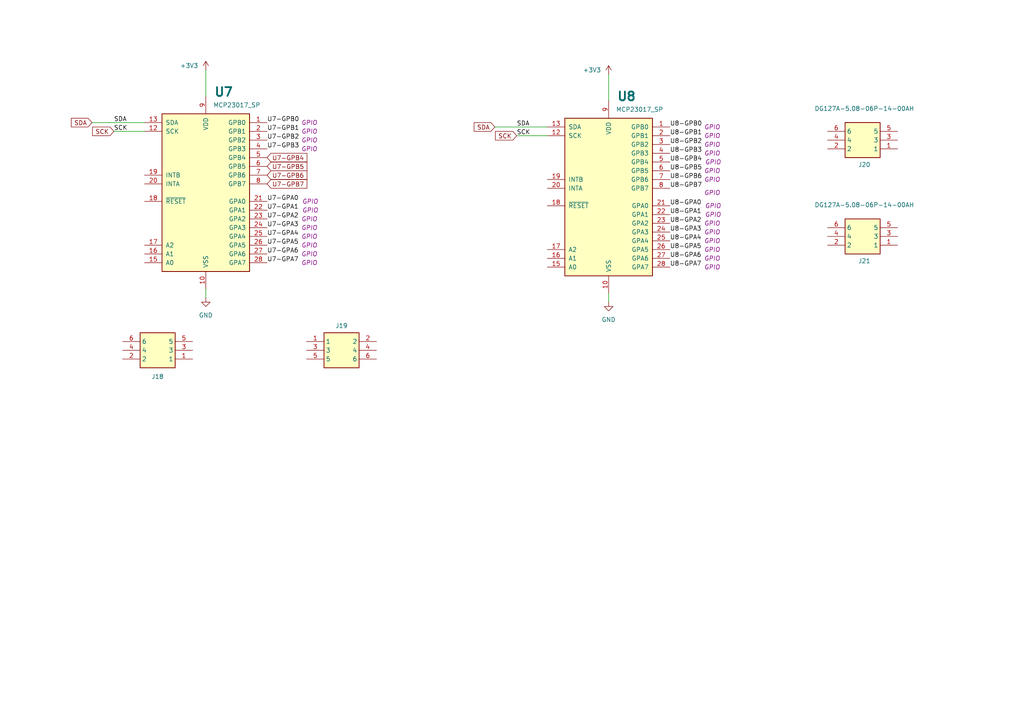
<source format=kicad_sch>
(kicad_sch (version 20250114) (generator "eeschema") (generator_version "9.0")
  (paper "A4")
  (lib_symbols
    (symbol "1_tme:DG127A-5.08-06P-14-00AH"
      (property "Reference" "J" (at 16.51 7.62 0))
      (property "Value" "DG127A-5.08-06P-14-00AH" (at 16.51 5.08 0))
      (symbol "DG127A-5.08-06P-14-00AH_1_1"
        (rectangle (start 5.08 2.54) (end 15.24 -7.62) (stroke (width 0.254)) (fill (type background)))
        (pin passive line (at 0 0 0) (length 5.08) (name "2") (number "2"))
        (pin passive line (at 0 -2.54 0) (length 5.08) (name "4") (number "4"))
        (pin passive line (at 0 -5.08 0) (length 5.08) (name "6") (number "6"))
        (pin passive line (at 20.32 0 180) (length 5.08) (name "1") (number "1"))
        (pin passive line (at 20.32 -2.54 180) (length 5.08) (name "3") (number "3"))
        (pin passive line (at 20.32 -5.08 180) (length 5.08) (name "5") (number "5"))
      )
    )
    (symbol "Interface_Expansion:MCP23017_SP" (pin_names (offset 1.016))
      (property "Reference" "U" (at -11.43 24.13 0))
      (property "Value" "MCP23017_SP" (at 0 0 0))
      (symbol "MCP23017_SP_0_1"
        (rectangle (start -12.7 22.86) (end 12.7 -22.86) (stroke (width 0.254)) (fill (type background)))
      )
      (symbol "MCP23017_SP_1_1"
        (pin bidirectional line (at -17.78 20.32 0) (length 5.08) (name "SDA") (number "13"))
        (pin input line (at -17.78 17.78 0) (length 5.08) (name "SCK") (number "12"))
        (pin tri_state line (at -17.78 5.08 0) (length 5.08) (name "INTB") (number "19"))
        (pin tri_state line (at -17.78 2.54 0) (length 5.08) (name "INTA") (number "20"))
        (pin input line (at -17.78 -2.54 0) (length 5.08) (name "~{RESET}") (number "18"))
        (pin input line (at -17.78 -15.24 0) (length 5.08) (name "A2") (number "17"))
        (pin input line (at -17.78 -17.78 0) (length 5.08) (name "A1") (number "16"))
        (pin input line (at -17.78 -20.32 0) (length 5.08) (name "A0") (number "15"))
        (pin no_connect line (at -12.7 15.24 0) (length 5.08) (hide yes) (name "NC") (number "11"))
        (pin no_connect line (at -12.7 12.7 0) (length 5.08) (hide yes) (name "NC") (number "14"))
        (pin power_in line (at 0 27.94 270) (length 5.08) (name "VDD") (number "9"))
        (pin power_in line (at 0 -27.94 90) (length 5.08) (name "VSS") (number "10"))
        (pin bidirectional line (at 17.78 20.32 180) (length 5.08) (name "GPB0") (number "1"))
        (pin bidirectional line (at 17.78 17.78 180) (length 5.08) (name "GPB1") (number "2"))
        (pin bidirectional line (at 17.78 15.24 180) (length 5.08) (name "GPB2") (number "3"))
        (pin bidirectional line (at 17.78 12.7 180) (length 5.08) (name "GPB3") (number "4"))
        (pin bidirectional line (at 17.78 10.16 180) (length 5.08) (name "GPB4") (number "5"))
        (pin bidirectional line (at 17.78 7.62 180) (length 5.08) (name "GPB5") (number "6"))
        (pin bidirectional line (at 17.78 5.08 180) (length 5.08) (name "GPB6") (number "7"))
        (pin output line (at 17.78 2.54 180) (length 5.08) (name "GPB7") (number "8"))
        (pin bidirectional line (at 17.78 -2.54 180) (length 5.08) (name "GPA0") (number "21"))
        (pin bidirectional line (at 17.78 -5.08 180) (length 5.08) (name "GPA1") (number "22"))
        (pin bidirectional line (at 17.78 -7.62 180) (length 5.08) (name "GPA2") (number "23"))
        (pin bidirectional line (at 17.78 -10.16 180) (length 5.08) (name "GPA3") (number "24"))
        (pin bidirectional line (at 17.78 -12.7 180) (length 5.08) (name "GPA4") (number "25"))
        (pin bidirectional line (at 17.78 -15.24 180) (length 5.08) (name "GPA5") (number "26"))
        (pin bidirectional line (at 17.78 -17.78 180) (length 5.08) (name "GPA6") (number "27"))
        (pin output line (at 17.78 -20.32 180) (length 5.08) (name "GPA7") (number "28"))
      )
    )
    (symbol "power:+5VD" (power) (pin_numbers (hide yes)) (pin_names (offset 0) (hide yes))
      (property "Value" "+5VD" (at 0 3.556 0))
      (symbol "+5VD_0_1"
        (polyline (pts (xy -0.762 1.27) (xy 0 2.54)))
        (polyline (pts (xy 0 2.54) (xy 0.762 1.27)))
        (polyline (pts (xy 0 0) (xy 0 2.54)))
      )
      (symbol "+5VD_1_1"
        (pin power_in line (at 0 0 90) (length 0) (name "~") (number "1"))
      )
    )
    (symbol "power:GND" (power) (pin_numbers (hide yes)) (pin_names (offset 0) (hide yes))
      (property "Value" "GND" (at 0 -3.81 0))
      (symbol "GND_0_1"
        (polyline (pts (xy 0 0) (xy 0 -1.27) (xy 1.27 -1.27) (xy 0 -2.54) (xy -1.27 -1.27) (xy 0 -1.27)))
      )
      (symbol "GND_1_1"
        (pin power_in line (at 0 0 270) (length 0) (name "~") (number "1"))
      )
    )
  )
  (wire (pts (xy 176.53 21.59) (xy 176.53 29.21)))
  (wire (pts (xy 143.51 36.83) (xy 158.75 36.83)))
  (wire (pts (xy 176.53 85.09) (xy 176.53 87.63)))
  (wire (pts (xy 59.69 83.82) (xy 59.69 86.36)))
  (wire (pts (xy 26.67 35.56) (xy 41.91 35.56)))
  (wire (pts (xy 33.02 38.1) (xy 41.91 38.1)))
  (wire (pts (xy 149.86 39.37) (xy 158.75 39.37)))
  (wire (pts (xy 59.69 20.32) (xy 59.69 27.94)))
  (label "U8-GPA1" (at 194.31 62.23 0) (property "Netclass" "GPIO" (at 204.47 62.23 0) (effects (font (italic yes)) (justify left))))
  (label "U8-GPB3" (at 194.31 44.45 0) (property "Netclass" "GPIO" (at 204.216 44.45 0) (effects (font (italic yes)) (justify left))))
  (label "U7-GPA1" (at 77.47 60.96 0) (property "Netclass" "GPIO" (at 87.63 60.96 0) (effects (font (italic yes)) (justify left))))
  (label "SCK" (at 33.02 38.1 0))
  (label "U7-GPB2" (at 77.47 40.64 0) (property "Netclass" "GPIO" (at 87.376 40.64 0) (effects (font (italic yes)) (justify left))))
  (label "U7-GPB1" (at 77.47 38.1 0) (property "Netclass" "GPIO" (at 87.376 38.1 0) (effects (font (italic yes)) (justify left))))
  (label "U8-GPB4" (at 194.31 46.99 0) (property "Netclass" "GPIO" (at 204.47 46.99 0) (effects (font (italic yes)) (justify left))))
  (label "SCK" (at 149.86 39.37 0))
  (label "U8-GPB5" (at 194.31 49.53 0) (property "Netclass" "GPIO" (at 204.216 49.53 0) (effects (font (italic yes)) (justify left))))
  (label "U7-GPA0" (at 77.47 58.42 0) (property "Netclass" "GPIO" (at 87.63 58.42 0) (effects (font (italic yes)) (justify left))))
  (label "U7-GPB0" (at 77.47 35.56 0) (property "Netclass" "GPIO" (at 87.376 35.56 0) (effects (font (italic yes)) (justify left))))
  (label "U8-GPA2" (at 194.31 64.77 0) (property "Netclass" "GPIO" (at 204.216 64.77 0) (effects (font (italic yes)) (justify left))))
  (label "SDA" (at 33.02 35.56 0))
  (label "U7-GPA3" (at 77.47 66.04 0) (property "Netclass" "GPIO" (at 87.376 66.04 0) (effects (font (italic yes)) (justify left))))
  (label "U8-GPA3" (at 194.31 67.31 0) (property "Netclass" "GPIO" (at 204.216 67.31 0) (effects (font (italic yes)) (justify left))))
  (label "U7-GPA5" (at 77.47 71.12 0) (property "Netclass" "GPIO" (at 87.376 71.12 0) (effects (font (italic yes)) (justify left))))
  (label "U8-GPB2" (at 194.31 41.91 0) (property "Netclass" "GPIO" (at 204.216 41.91 0) (effects (font (italic yes)) (justify left))))
  (label "U7-GPA2" (at 77.47 63.5 0) (property "Netclass" "GPIO" (at 87.376 63.5 0) (effects (font (italic yes)) (justify left))))
  (label "U8-GPB0" (at 194.31 36.83 0) (property "Netclass" "GPIO" (at 204.216 36.83 0) (effects (font (italic yes)) (justify left))))
  (label "U8-GPA5" (at 194.31 72.39 0) (property "Netclass" "GPIO" (at 204.216 72.39 0) (effects (font (italic yes)) (justify left))))
  (label "U8-GPB1" (at 194.31 39.37 0) (property "Netclass" "GPIO" (at 204.216 39.37 0) (effects (font (italic yes)) (justify left))))
  (label "U7-GPA4" (at 77.47 68.58 0) (property "Netclass" "GPIO" (at 87.376 68.58 0) (effects (font (italic yes)) (justify left))))
  (label "U7-GPB3" (at 77.47 43.18 0) (property "Netclass" "GPIO" (at 87.376 43.18 0) (effects (font (italic yes)) (justify left))))
  (label "U8-GPA7" (at 194.31 77.47 0) (property "Netclass" "GPIO" (at 204.216 77.47 0) (effects (font (italic yes)) (justify left))))
  (label "U8-GPA6" (at 194.31 74.93 0) (property "Netclass" "GPIO" (at 204.216 74.93 0) (effects (font (italic yes)) (justify left))))
  (label "U7-GPA7" (at 77.47 76.2 0) (property "Netclass" "GPIO" (at 87.376 76.2 0) (effects (font (italic yes)) (justify left))))
  (label "U8-GPA0" (at 194.31 59.69 0) (property "Netclass" "GPIO" (at 204.47 59.69 0) (effects (font (italic yes)) (justify left))))
  (label "U8-GPB6" (at 194.31 52.07 0) (property "Netclass" "GPIO" (at 204.216 52.07 0) (effects (font (italic yes)) (justify left))))
  (label "U7-GPA6" (at 77.47 73.66 0) (property "Netclass" "GPIO" (at 87.376 73.66 0) (effects (font (italic yes)) (justify left))))
  (label "SDA" (at 149.86 36.83 0))
  (label "U8-GPB7" (at 194.31 54.61 0) (property "Netclass" "GPIO" (at 204.216 55.88 0) (effects (font (italic yes)) (justify left))))
  (label "U8-GPA4" (at 194.31 69.85 0) (property "Netclass" "GPIO" (at 204.216 69.85 0) (effects (font (italic yes)) (justify left))))
  (global_label "U7-GPB7" (shape input) (at 77.47 53.34 0) (property "Intersheetrefs" "${INTERSHEET_REFS}" (effects (hide yes))) (property "Netclass" "GPIO" (effects (hide yes))))
  (global_label "SDA" (shape input) (at 143.51 36.83 180) (property "Intersheetrefs" "${INTERSHEET_REFS}" (effects (hide yes))))
  (global_label "U7-GPB4" (shape input) (at 77.47 45.72 0) (property "Intersheetrefs" "${INTERSHEET_REFS}" (effects (hide yes))) (property "Netclass" "GPIO" (effects (hide yes))))
  (global_label "U7-GPB5" (shape input) (at 77.47 48.26 0) (property "Intersheetrefs" "${INTERSHEET_REFS}" (effects (hide yes))) (property "Netclass" "GPIO" (effects (hide yes))))
  (global_label "SCK" (shape input) (at 149.86 39.37 180) (property "Intersheetrefs" "${INTERSHEET_REFS}" (effects (hide yes))))
  (global_label "SCK" (shape input) (at 33.02 38.1 180) (property "Intersheetrefs" "${INTERSHEET_REFS}" (effects (hide yes))))
  (global_label "U7-GPB6" (shape input) (at 77.47 50.8 0) (property "Intersheetrefs" "${INTERSHEET_REFS}" (effects (hide yes))) (property "Netclass" "GPIO" (effects (hide yes))))
  (global_label "SDA" (shape input) (at 26.67 35.56 180) (property "Intersheetrefs" "${INTERSHEET_REFS}" (effects (hide yes))))
  (symbol (lib_id "Interface_Expansion:MCP23017_SP") (at 176.53 57.15 0) (unit 1)
    (property "Reference" "U8" (at 178.6733 27.94 0) (effects (font (size 2.54 2.54) (thickness 0.508) (bold yes)) (justify left)))
    (property "Value" "MCP23017_SP" (at 178.6733 31.75 0) (effects (justify left)))
    (property "Footprint" "Package_DIP:DIP-28_W7.62mm" (effects (hide yes)))
    (property "Datasheet" "https://ww1.microchip.com/downloads/aemDocuments/documents/APID/ProductDocuments/DataSheets/MCP23017-Data-Sheet-DS20001952.pdf" (effects (hide yes)))
    (property "Description" "16-bit I/O expander, I2C, interrupts, w pull-ups, SPDIP-28" (effects (hide yes)))
  )
  (symbol (lib_id "1_tme:DG127A-5.08-06P-14-00AH") (at 240.03 43.18 0) (mirror x) (unit 1)
    (property "Reference" "J20" (at 250.698 47.752 0))
    (property "Value" "DG127A-5.08-06P-14-00AH" (at 250.698 31.496 0))
    (property "Footprint" "DG127A50806P1400AH" (effects (hide yes)))
    (property "Datasheet" "https://www.degson.com/index.php?a=downloadFile&id=1094971&name=%27ZmlsZTQ=%27&lang=en" (effects (hide yes)))
    (property "Description" "PCB terminal block; angled 90; 5.08mm; ways: 6; on PCBs; terminal" (effects (hide yes)))
    (property "Height" "19.41" (effects (hide yes)))
    (property "Manufacturer_Name" "Degson" (effects (hide yes)))
    (property "Manufacturer_Part_Number" "DG127A-5.08-06P-14-00AH" (effects (hide yes)))
  )
  (symbol (lib_id "power:+5VD") (at 59.69 20.32 0) (unit 1)
    (property "Reference" "#PWR015" (effects (hide yes)))
    (property "Value" "+3V3" (at 54.864 19.05 0))
    (property "Description" "Power symbol creates a global label with name \"+5VD\"" (effects (hide yes)))
  )
  (symbol (lib_id "power:GND") (at 176.53 87.63 0) (unit 1)
    (property "Reference" "#PWR018" (effects (hide yes)))
    (property "Value" "GND" (at 176.53 92.71 0))
    (property "Description" "Power symbol creates a global label with name \"GND\" , ground" (effects (hide yes)))
  )
  (symbol (lib_id "Interface_Expansion:MCP23017_SP") (at 59.69 55.88 0) (unit 1)
    (property "Reference" "U7" (at 61.8333 26.67 0) (effects (font (size 2.54 2.54) (thickness 0.508) (bold yes)) (justify left)))
    (property "Value" "MCP23017_SP" (at 61.8333 30.48 0) (effects (justify left)))
    (property "Footprint" "Package_DIP:DIP-28_W7.62mm" (effects (hide yes)))
    (property "Datasheet" "https://ww1.microchip.com/downloads/aemDocuments/documents/APID/ProductDocuments/DataSheets/MCP23017-Data-Sheet-DS20001952.pdf" (effects (hide yes)))
    (property "Description" "16-bit I/O expander, I2C, interrupts, w pull-ups, SPDIP-28" (effects (hide yes)))
  )
  (symbol (lib_id "1_tme:DG127A-5.08-06P-14-00AH") (at 109.22 99.06 0) (mirror y) (unit 1)
    (property "Reference" "J19" (at 99.06 94.488 0))
    (property "Value" "DG127A-5.08-06P-14-00AH" (effects (hide yes)))
    (property "Footprint" "DG127A50806P1400AH" (effects (hide yes)))
    (property "Datasheet" "https://www.degson.com/index.php?a=downloadFile&id=1094971&name=%27ZmlsZTQ=%27&lang=en" (effects (hide yes)))
    (property "Description" "PCB terminal block; angled 90; 5.08mm; ways: 6; on PCBs; terminal" (effects (hide yes)))
    (property "Height" "19.41" (effects (hide yes)))
    (property "Manufacturer_Name" "Degson" (effects (hide yes)))
    (property "Manufacturer_Part_Number" "DG127A-5.08-06P-14-00AH" (effects (hide yes)))
  )
  (symbol (lib_id "power:GND") (at 59.69 86.36 0) (unit 1)
    (property "Reference" "#PWR016" (effects (hide yes)))
    (property "Value" "GND" (at 59.69 91.44 0))
    (property "Description" "Power symbol creates a global label with name \"GND\" , ground" (effects (hide yes)))
  )
  (symbol (lib_id "power:+5VD") (at 176.53 21.59 0) (unit 1)
    (property "Reference" "#PWR017" (effects (hide yes)))
    (property "Value" "+3V3" (at 171.704 20.32 0))
    (property "Description" "Power symbol creates a global label with name \"+5VD\"" (effects (hide yes)))
  )
  (symbol (lib_id "1_tme:DG127A-5.08-06P-14-00AH") (at 35.56 104.14 0) (mirror x) (unit 1)
    (property "Reference" "J18" (at 45.72 109.22 0))
    (property "Value" "DG127A-5.08-06P-14-00AH" (effects (hide yes)))
    (property "Footprint" "DG127A50806P1400AH" (effects (hide yes)))
    (property "Datasheet" "https://www.degson.com/index.php?a=downloadFile&id=1094971&name=%27ZmlsZTQ=%27&lang=en" (effects (hide yes)))
    (property "Description" "PCB terminal block; angled 90; 5.08mm; ways: 6; on PCBs; terminal" (effects (hide yes)))
    (property "Height" "19.41" (effects (hide yes)))
    (property "Manufacturer_Name" "Degson" (effects (hide yes)))
    (property "Manufacturer_Part_Number" "DG127A-5.08-06P-14-00AH" (effects (hide yes)))
  )
  (symbol (lib_id "1_tme:DG127A-5.08-06P-14-00AH") (at 240.03 71.12 0) (mirror x) (unit 1)
    (property "Reference" "J21" (at 250.698 75.692 0))
    (property "Value" "DG127A-5.08-06P-14-00AH" (at 250.698 59.436 0))
    (property "Footprint" "DG127A50806P1400AH" (effects (hide yes)))
    (property "Datasheet" "https://www.degson.com/index.php?a=downloadFile&id=1094971&name=%27ZmlsZTQ=%27&lang=en" (effects (hide yes)))
    (property "Description" "PCB terminal block; angled 90; 5.08mm; ways: 6; on PCBs; terminal" (effects (hide yes)))
    (property "Height" "19.41" (effects (hide yes)))
    (property "Manufacturer_Name" "Degson" (effects (hide yes)))
    (property "Manufacturer_Part_Number" "DG127A-5.08-06P-14-00AH" (effects (hide yes)))
  )
)
</source>
